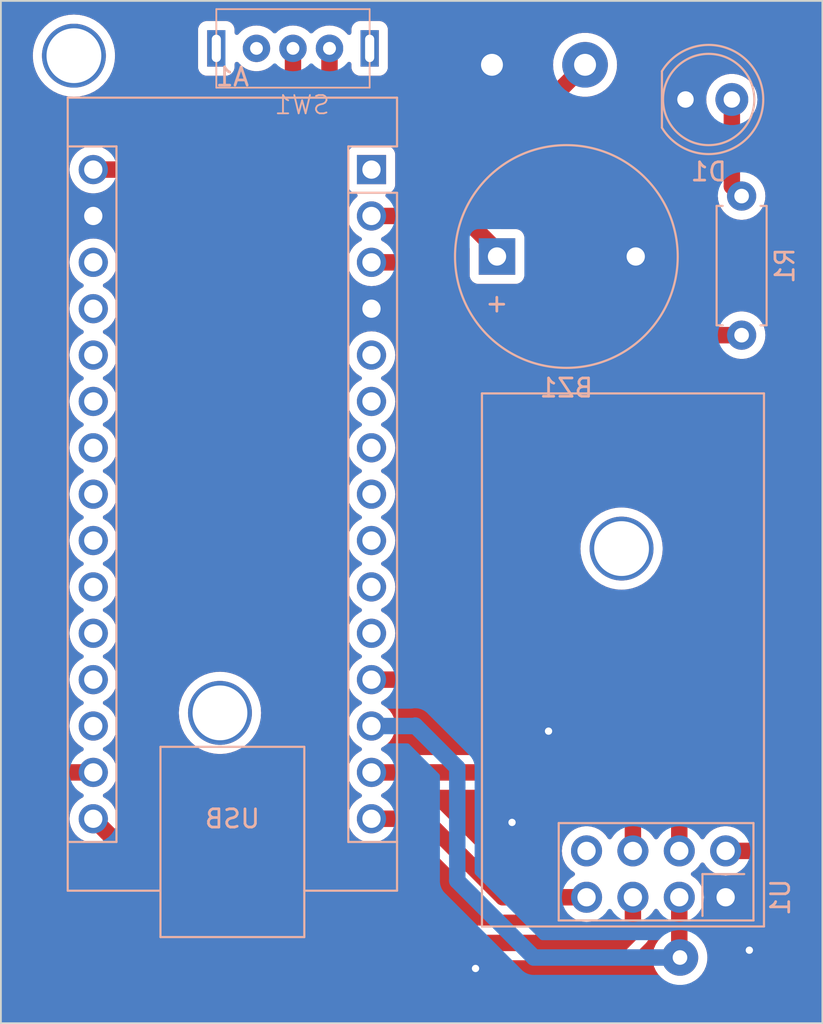
<source format=kicad_pcb>
(kicad_pcb (version 20221018) (generator pcbnew)
  (layers (0 "F.Cu" signal) (31 "B.Cu" signal) (34 "B.Paste" user) (35 "F.Paste" user) (36 "B.SilkS" user "B.Silkscreen") (37 "F.SilkS" user "F.Silkscreen") (38 "B.Mask" user) (39 "F.Mask" user) (44 "Edge.Cuts" user))
  (net 0 "")
  (net 2 "Net-(A1-D0{slash}RX)")
  (net 3 "Net-(A1-~{RESET}-Pad3)")
  (net 4 "GND")
  (net 12 "/CSN")
  (net 13 "/CE")
  (net 14 "/MOSI")
  (net 15 "/MISO")
  (net 16 "/SCK")
  (net 17 "/3V3")
  (net 29 "unconnected-(A1-VIN-Pad30)")
  (net 30 "Net-(D1-A)")
  (net 32 "+9V")
  (footprint "Resistor_THT:R_Axial_DIN0207_L6.3mm_D2.5mm_P7.62mm_Horizontal" (layer "B.Cu") (at 173.57675 79.31 90)
    (fp_text reference "R1" (at 3.81 2.37 90) (layer "B.SilkS") (effects (justify mirror)))
    (fp_text value "R")
    (fp_line (start 0.54 -1.37) (end 7.08 -1.37) (stroke (width 0.12)) (layer "B.SilkS"))
    (fp_line (start 0.54 -1.04) (end 0.54 -1.37) (stroke (width 0.12)) (layer "B.SilkS"))
    (fp_line (start 0.54 1.04) (end 0.54 1.37) (stroke (width 0.12)) (layer "B.SilkS"))
    (fp_line (start 0.54 1.37) (end 7.08 1.37) (stroke (width 0.12)) (layer "B.SilkS"))
    (fp_line (start 7.08 -1.37) (end 7.08 -1.04) (stroke (width 0.12)) (layer "B.SilkS"))
    (fp_line (start 7.08 1.37) (end 7.08 1.04) (stroke (width 0.12)) (layer "B.SilkS"))
    (pad "1" thru_hole circle (at 0 0 90) (size 1.6 1.6) (drill 0.8) (layers "*.Cu" "*.Mask") (net 3 "Net-(A1-~{RESET}-Pad3)"))
    (pad "2" thru_hole oval (at 7.62 0 90) (size 1.6 1.6) (drill 0.8) (layers "*.Cu" "*.Mask") (net 30 "Net-(D1-A)"))
  )
  (footprint "Module:Arduino_Nano" (layer "B.Cu") (at 153.3 70.24 180)
    (fp_text reference "A1" (at 7.62 5.08) (layer "B.SilkS") (effects (justify mirror)))
    (fp_text value "Arduino_Nano_v3.x")
    (fp_text user "USB" (at 7.62 -35.56 unlocked) (layer "B.SilkS") (effects (justify mirror)))
    (fp_line (start -1.4 -39.5) (end 3.68 -39.5) (stroke (width 0.12)) (layer "B.SilkS"))
    (fp_line (start -1.4 -1.27) (end -1.4 -39.5) (stroke (width 0.12)) (layer "B.SilkS"))
    (fp_line (start -1.4 3.94) (end -1.4 1.27) (stroke (width 0.12)) (layer "B.SilkS"))
    (fp_line (start 1.27 -36.83) (end -1.4 -36.83) (stroke (width 0.12)) (layer "B.SilkS"))
    (fp_line (start 1.27 -1.27) (end -1.4 -1.27) (stroke (width 0.12)) (layer "B.SilkS"))
    (fp_line (start 1.27 -1.27) (end 1.27 -36.83) (stroke (width 0.12)) (layer "B.SilkS"))
    (fp_line (start 1.27 -1.27) (end 1.27 1.27) (stroke (width 0.12)) (layer "B.SilkS"))
    (fp_line (start 1.27 1.27) (end -1.4 1.27) (stroke (width 0.12)) (layer "B.SilkS"))
    (fp_line (start 3.68 -42.04) (end 3.68 -31.62) (stroke (width 0.12)) (layer "B.SilkS"))
    (fp_line (start 3.68 -31.62) (end 11.56 -31.62) (stroke (width 0.12)) (layer "B.SilkS"))
    (fp_line (start 11.56 -42.04) (end 3.68 -42.04) (stroke (width 0.12)) (layer "B.SilkS"))
    (fp_line (start 11.56 -31.62) (end 11.56 -42.04) (stroke (width 0.12)) (layer "B.SilkS"))
    (fp_line (start 13.97 -36.83) (end 16.64 -36.83) (stroke (width 0.12)) (layer "B.SilkS"))
    (fp_line (start 13.97 1.27) (end 13.97 -36.83) (stroke (width 0.12)) (layer "B.SilkS"))
    (fp_line (start 13.97 1.27) (end 16.64 1.27) (stroke (width 0.12)) (layer "B.SilkS"))
    (fp_line (start 16.64 -39.5) (end 11.56 -39.5) (stroke (width 0.12)) (layer "B.SilkS"))
    (fp_line (start 16.64 -39.5) (end 16.64 3.94) (stroke (width 0.12)) (layer "B.SilkS"))
    (fp_line (start 16.64 3.94) (end -1.4 3.94) (stroke (width 0.12)) (layer "B.SilkS"))
    (pad "1" thru_hole rect (at 0 0 180) (size 1.6 1.6) (drill 1) (layers "*.Cu" "*.Mask"))
    (pad "2" thru_hole oval (at 0 -2.54 180) (size 1.6 1.6) (drill 1) (layers "*.Cu" "*.Mask") (net 2 "Net-(A1-D0{slash}RX)"))
    (pad "3" thru_hole oval (at 0 -5.08 180) (size 1.6 1.6) (drill 1) (layers "*.Cu" "*.Mask") (net 3 "Net-(A1-~{RESET}-Pad3)"))
    (pad "4" thru_hole oval (at 0 -7.62 180) (size 1.6 1.6) (drill 1) (layers "*.Cu" "*.Mask") (net 4 "GND"))
    (pad "5" thru_hole oval (at 0 -10.16 180) (size 1.6 1.6) (drill 1) (layers "*.Cu" "*.Mask"))
    (pad "6" thru_hole oval (at 0 -12.7 180) (size 1.6 1.6) (drill 1) (layers "*.Cu" "*.Mask"))
    (pad "7" thru_hole oval (at 0 -15.24 180) (size 1.6 1.6) (drill 1) (layers "*.Cu" "*.Mask"))
    (pad "8" thru_hole oval (at 0 -17.78 180) (size 1.6 1.6) (drill 1) (layers "*.Cu" "*.Mask"))
    (pad "9" thru_hole oval (at 0 -20.32 180) (size 1.6 1.6) (drill 1) (layers "*.Cu" "*.Mask"))
    (pad "10" thru_hole oval (at 0 -22.86 180) (size 1.6 1.6) (drill 1) (layers "*.Cu" "*.Mask"))
    (pad "11" thru_hole oval (at 0 -25.4 180) (size 1.6 1.6) (drill 1) (layers "*.Cu" "*.Mask"))
    (pad "12" thru_hole oval (at 0 -27.94 180) (size 1.6 1.6) (drill 1) (layers "*.Cu" "*.Mask") (net 12 "/CSN"))
    (pad "13" thru_hole oval (at 0 -30.48 180) (size 1.6 1.6) (drill 1) (layers "*.Cu" "*.Mask") (net 13 "/CE"))
    (pad "14" thru_hole oval (at 0 -33.02 180) (size 1.6 1.6) (drill 1) (layers "*.Cu" "*.Mask") (net 14 "/MOSI"))
    (pad "15" thru_hole oval (at 0 -35.56 180) (size 1.6 1.6) (drill 1) (layers "*.Cu" "*.Mask") (net 15 "/MISO"))
    (pad "16" thru_hole oval (at 15.24 -35.56 180) (size 1.6 1.6) (drill 1) (layers "*.Cu" "*.Mask") (net 16 "/SCK"))
    (pad "17" thru_hole oval (at 15.24 -33.02 180) (size 1.6 1.6) (drill 1) (layers "*.Cu" "*.Mask") (net 17 "/3V3"))
    (pad "18" thru_hole oval (at 15.24 -30.48 180) (size 1.6 1.6) (drill 1) (layers "*.Cu" "*.Mask"))
    (pad "19" thru_hole oval (at 15.24 -27.94 180) (size 1.6 1.6) (drill 1) (layers "*.Cu" "*.Mask"))
    (pad "20" thru_hole oval (at 15.24 -25.4 180) (size 1.6 1.6) (drill 1) (layers "*.Cu" "*.Mask"))
    (pad "21" thru_hole oval (at 15.24 -22.86 180) (size 1.6 1.6) (drill 1) (layers "*.Cu" "*.Mask"))
    (pad "22" thru_hole oval (at 15.24 -20.32 180) (size 1.6 1.6) (drill 1) (layers "*.Cu" "*.Mask"))
    (pad "23" thru_hole oval (at 15.24 -17.78 180) (size 1.6 1.6) (drill 1) (layers "*.Cu" "*.Mask"))
    (pad "24" thru_hole oval (at 15.24 -15.24 180) (size 1.6 1.6) (drill 1) (layers "*.Cu" "*.Mask"))
    (pad "25" thru_hole oval (at 15.24 -12.7 180) (size 1.6 1.6) (drill 1) (layers "*.Cu" "*.Mask"))
    (pad "26" thru_hole oval (at 15.24 -10.16 180) (size 1.6 1.6) (drill 1) (layers "*.Cu" "*.Mask"))
    (pad "27" thru_hole oval (at 15.24 -7.62 180) (size 1.6 1.6) (drill 1) (layers "*.Cu" "*.Mask"))
    (pad "28" thru_hole oval (at 15.24 -5.08 180) (size 1.6 1.6) (drill 1) (layers "*.Cu" "*.Mask"))
    (pad "29" thru_hole oval (at 15.24 -2.54 180) (size 1.6 1.6) (drill 1) (layers "*.Cu" "*.Mask") (net 4 "GND"))
    (pad "30" thru_hole oval (at 15.24 0 180) (size 1.6 1.6) (drill 1) (layers "*.Cu" "*.Mask") (net 29 "unconnected-(A1-VIN-Pad30)"))
  )
  (footprint "Buzzer_Beeper:Buzzer_12x9.5RM7.6" (layer "B.Cu") (at 160.17675 75)
    (fp_text reference "BZ1" (at 3.8 7.2) (layer "B.SilkS") (effects (justify mirror)))
    (fp_text value "Buzzer")
    (fp_text user "+" (at -0.01 2.54) (layer "B.SilkS") (effects (justify mirror)))
    (fp_circle (center 3.8 0) (end 9.9 0) (stroke (width 0.12)) (fill none) (layer "B.SilkS"))
    (pad "1" thru_hole rect (at 0 0) (size 2 2) (drill 1) (layers "*.Cu" "*.Mask") (net 2 "Net-(A1-D0{slash}RX)"))
    (pad "2" thru_hole circle (at 7.6 0) (size 2 2) (drill 1) (layers "*.Cu" "*.Mask") (net 4 "GND"))
  )
  (footprint "WM_Lib:supply_switch" (layer "B.Cu") (at 151 63.6 180)
    (fp_text reference "SW1" (at 1.5 -3.1 unlocked) (layer "B.SilkS") (effects (font (thickness 0.1)) (justify mirror)))
    (fp_text value "SW_SPDT" hide)
    (fp_line (start -2.2 0) (end -2.2 -2.15) (stroke (width 0.1)) (layer "B.SilkS"))
    (fp_line (start -2.2 0) (end -2.2 2.15) (stroke (width 0.1)) (layer "B.SilkS"))
    (fp_line (start -2.2 2.15) (end 6.2 2.15) (stroke (width 0.1)) (layer "B.SilkS"))
    (fp_line (start 6.2 -2.15) (end -2.2 -2.15) (stroke (width 0.1)) (layer "B.SilkS"))
    (fp_line (start 6.2 2.15) (end 6.2 -2.15) (stroke (width 0.1)) (layer "B.SilkS"))
    (pad "" thru_hole rect (at -2.2 0 180) (size 1 2) (drill oval 0.5 1.5) (layers "*.Cu" "*.Mask"))
    (pad "" thru_hole rect (at 6.2 0 180) (size 1 2) (drill oval 0.5 1.5) (layers "*.Cu" "*.Mask"))
    (pad "1" thru_hole circle (at 0 0 180) (size 1.5 1.5) (drill 0.7) (layers "*.Cu" "*.Mask") (net 32 "+9V"))
    (pad "2" thru_hole circle (at 2 0 180) (size 1.5 1.5) (drill 0.7) (layers "*.Cu" "*.Mask") (net 29 "unconnected-(A1-VIN-Pad30)"))
    (pad "3" thru_hole circle (at 4 0 180) (size 1.5 1.5) (drill 0.7) (layers "*.Cu" "*.Mask"))
    (pad "5" thru_hole circle (at 0 0 180) (size 1.5 1.5) (drill 0.7) (layers "*.Cu" "*.Mask") (net 32 "+9V"))
  )
  (footprint "RF_Module:nRF24L01_Breakout" (layer "B.Cu") (at 172.70175 110.1 90)
    (fp_text reference "U1" (at 0 3 90) (layer "B.SilkS") (effects (justify mirror)))
    (fp_text value "NRF24L01_Breakout")
    (fp_line (start -1.6 -13.35) (end -1.6 2.1) (stroke (width 0.12)) (layer "B.SilkS"))
    (fp_line (start -1.6 2.1) (end -1.6 2.1) (stroke (width 0.12)) (layer "B.SilkS"))
    (fp_line (start -1.6 2.1) (end 27.6 2.1) (stroke (width 0.12)) (layer "B.SilkS"))
    (fp_line (start -1.27 -9.144) (end -1.27 -9.144) (stroke (width 0.12)) (layer "B.SilkS"))
    (fp_line (start -1.27 -9.144) (end -1.27 1.524) (stroke (width 0.12)) (layer "B.SilkS"))
    (fp_line (start -1.27 1.524) (end -1.27 1.524) (stroke (width 0.12)) (layer "B.SilkS"))
    (fp_line (start -1.27 1.524) (end 4.064 1.524) (stroke (width 0.12)) (layer "B.SilkS"))
    (fp_line (start -1.016 -1.27) (end -1.016 -1.27) (stroke (width 0.12)) (layer "B.SilkS"))
    (fp_line (start 1.27 -1.27) (end -1.016 -1.27) (stroke (width 0.12)) (layer "B.SilkS"))
    (fp_line (start 1.27 1.016) (end 1.27 -1.27) (stroke (width 0.12)) (layer "B.SilkS"))
    (fp_line (start 4.064 -9.144) (end -1.27 -9.144) (stroke (width 0.12)) (layer "B.SilkS"))
    (fp_line (start 4.064 1.524) (end 4.064 -9.144) (stroke (width 0.12)) (layer "B.SilkS"))
    (fp_line (start 27.6 -13.35) (end -1.6 -13.35) (stroke (width 0.12)) (layer "B.SilkS"))
    (fp_line (start 27.6 2.1) (end 27.6 -13.35) (stroke (width 0.12)) (layer "B.SilkS"))
    (pad "1" thru_hole rect (at 0 0 90) (size 1.7 1.7) (drill 1) (layers "*.Cu" "*.Mask") (net 4 "GND"))
    (pad "2" thru_hole circle (at 2.54 0 90) (size 1.7 1.7) (drill 1) (layers "*.Cu" "*.Mask") (net 17 "/3V3"))
    (pad "3" thru_hole circle (at 0 -2.54 90) (size 1.7 1.7) (drill 1) (layers "*.Cu" "*.Mask") (net 13 "/CE"))
    (pad "4" thru_hole circle (at 2.54 -2.54 90) (size 1.7 1.7) (drill 1) (layers "*.Cu" "*.Mask") (net 12 "/CSN"))
    (pad "5" thru_hole circle (at 0 -5.08 90) (size 1.7 1.7) (drill 1) (layers "*.Cu" "*.Mask") (net 16 "/SCK"))
    (pad "6" thru_hole circle (at 2.54 -5.08 90) (size 1.7 1.7) (drill 1) (layers "*.Cu" "*.Mask") (net 14 "/MOSI"))
    (pad "7" thru_hole circle (at 0 -7.62 90) (size 1.7 1.7) (drill 1) (layers "*.Cu" "*.Mask") (net 15 "/MISO"))
    (pad "8" thru_hole circle (at 2.54 -7.62 90) (size 1.7 1.7) (drill 1) (layers "*.Cu" "*.Mask"))
  )
  (footprint "LED_THT:LED_D5.0mm" (layer "B.Cu") (at 170.50175 66.4)
    (fp_text reference "D1" (at 1.27 3.96) (layer "B.SilkS") (effects (justify mirror)))
    (fp_text value "LED")
    (fp_line (start -1.29 1.545) (end -1.29 -1.545) (stroke (width 0.12)) (layer "B.SilkS"))
    (fp_arc (start -1.29 -1.54483) (mid 2.072002 -2.880433) (end 4.26 0.000462) (stroke (width 0.12)) (layer "B.SilkS"))
    (fp_arc (start 4.26 -0.000462) (mid 2.072002 2.880433) (end -1.29 1.54483) (stroke (width 0.12)) (layer "B.SilkS"))
    (fp_circle (center 1.27 0) (end 3.77 0) (stroke (width 0.12)) (fill none) (layer "B.SilkS"))
    (pad "1" thru_hole rect (at 0 0) (size 1.8 1.8) (drill 0.9) (layers "*.Cu" "*.Mask") (net 4 "GND"))
    (pad "2" thru_hole circle (at 2.54 0) (size 1.8 1.8) (drill 0.9) (layers "*.Cu" "*.Mask") (net 30 "Net-(D1-A)"))
  )
  (gr_line (start 178 117) (end 178 61) (stroke (width 0.1)) (layer "Edge.Cuts"))
  (gr_line (start 178 61) (end 133 61) (stroke (width 0.1)) (layer "Edge.Cuts"))
  (gr_line (start 133 117) (end 178 117) (stroke (width 0.1)) (layer "Edge.Cuts"))
  (gr_line (start 133 61) (end 133 117) (stroke (width 0.1)) (layer "Edge.Cuts"))
  (via (at 137 64) (size 3.5) (drill 3) (layers "F.Cu" "B.Cu") (net 0))
  (via (at 145 100) (size 3.5) (drill 3) (layers "F.Cu" "B.Cu") (net 0))
  (via (at 167 91) (size 3.5) (drill 3) (layers "F.Cu" "B.Cu") (net 0))
  (segment (start 160.17675 74.67675) (end 158.28 72.78) (width 0.9) (layer "F.Cu") (net 2))
  (segment (start 158.28 72.78) (end 153.3 72.78) (width 0.9) (layer "F.Cu") (net 2))
  (segment (start 160.17675 75) (end 160.17675 74.67675) (width 0.9) (layer "F.Cu") (net 2))
  (segment (start 173.57675 79.31) (end 159.41 79.31) (width 0.9) (layer "F.Cu") (net 3))
  (segment (start 155.42 75.32) (end 153.3 75.32) (width 0.9) (layer "F.Cu") (net 3))
  (segment (start 159.41 79.31) (end 155.42 75.32) (width 0.9) (layer "F.Cu") (net 3))
  (via (at 163 101) (size 0.8) (drill 0.4) (layers "F.Cu" "B.Cu") (net 4))
  (via (at 161 106) (size 0.8) (drill 0.4) (layers "F.Cu" "B.Cu") (net 4))
  (via (at 159.9 64.5) (size 2.5) (drill 1.2) (layers "F.Cu" "B.Cu") (net 4))
  (via (at 159 114) (size 0.8) (drill 0.4) (layers "F.Cu" "B.Cu") (net 4))
  (via (at 174 113) (size 0.8) (drill 0.4) (layers "F.Cu" "B.Cu") (net 4))
  (segment (start 170.16175 107.56) (end 170.16175 101.56175) (width 0.9) (layer "F.Cu") (net 12))
  (segment (start 170.16175 101.56175) (end 166.78 98.18) (width 0.9) (layer "F.Cu") (net 12))
  (segment (start 166.78 98.18) (end 153.3 98.18) (width 0.9) (layer "F.Cu") (net 12))
  (segment (start 170.16175 113.36175) (end 170.2 113.4) (width 0.9) (layer "F.Cu") (net 13))
  (segment (start 170.16175 110.1) (end 170.16175 113.36175) (width 0.9) (layer "F.Cu") (net 13))
  (via (at 170.2 113.4) (size 2) (drill 0.8) (layers "F.Cu" "B.Cu") (net 13))
  (segment (start 162.2 113.4) (end 158 109.2) (width 0.9) (layer "B.Cu") (net 13))
  (segment (start 155.68 100.72) (end 153.3 100.72) (width 0.9) (layer "B.Cu") (net 13))
  (segment (start 170.2 113.4) (end 162.2 113.4) (width 0.9) (layer "B.Cu") (net 13))
  (segment (start 158 103) (end 155.7 100.7) (width 0.9) (layer "B.Cu") (net 13))
  (segment (start 155.7 100.7) (end 155.68 100.72) (width 0.9) (layer "B.Cu") (net 13))
  (segment (start 158 109.2) (end 158 103) (width 0.9) (layer "B.Cu") (net 13))
  (segment (start 167.62175 107.56) (end 167.62175 105.42175) (width 0.9) (layer "F.Cu") (net 14))
  (segment (start 165.46 103.26) (end 153.3 103.26) (width 0.9) (layer "F.Cu") (net 14))
  (segment (start 167.62175 105.42175) (end 165.46 103.26) (width 0.9) (layer "F.Cu") (net 14))
  (segment (start 156.2 105.8) (end 153.3 105.8) (width 0.9) (layer "F.Cu") (net 15))
  (segment (start 160.5 110.1) (end 156.2 105.8) (width 0.9) (layer "F.Cu") (net 15))
  (segment (start 165.08175 110.1) (end 160.5 110.1) (width 0.9) (layer "F.Cu") (net 15))
  (segment (start 167.62175 110.1) (end 167.62175 111.97825) (width 0.9) (layer "F.Cu") (net 16))
  (segment (start 167 112.6) (end 144.86 112.6) (width 0.9) (layer "F.Cu") (net 16))
  (segment (start 144.86 112.6) (end 138.06 105.8) (width 0.9) (layer "F.Cu") (net 16))
  (segment (start 167.62175 111.97825) (end 167 112.6) (width 0.9) (layer "F.Cu") (net 16))
  (segment (start 134.9 104.7) (end 136.34 103.26) (width 0.9) (layer "F.Cu") (net 17))
  (segment (start 176.9 113.3) (end 174.3 115.9) (width 0.9) (layer "F.Cu") (net 17))
  (segment (start 134.9 107.6) (end 134.9 104.7) (width 0.9) (layer "F.Cu") (net 17))
  (segment (start 174.3 115.9) (end 143.2 115.9) (width 0.9) (layer "F.Cu") (net 17))
  (segment (start 176.9 108.6) (end 176.9 113.3) (width 0.9) (layer "F.Cu") (net 17))
  (segment (start 136.34 103.26) (end 138.06 103.26) (width 0.9) (layer "F.Cu") (net 17))
  (segment (start 175.86 107.56) (end 176.9 108.6) (width 0.9) (layer "F.Cu") (net 17))
  (segment (start 172.70175 107.56) (end 175.86 107.56) (width 0.9) (layer "F.Cu") (net 17))
  (segment (start 143.2 115.9) (end 134.9 107.6) (width 0.9) (layer "F.Cu") (net 17))
  (segment (start 145.36 70.24) (end 138.06 70.24) (width 0.9) (layer "F.Cu") (net 29))
  (segment (start 149 66.6) (end 145.36 70.24) (width 0.9) (layer "F.Cu") (net 29))
  (segment (start 149 63.6) (end 149 66.6) (width 0.9) (layer "F.Cu") (net 29))
  (segment (start 173.04175 66.4) (end 173.04175 71.155) (width 0.9) (layer "F.Cu") (net 30))
  (segment (start 173.04175 71.155) (end 173.57675 71.69) (width 0.9) (layer "F.Cu") (net 30))
  (segment (start 151 65.7) (end 151 63.6) (width 0.9) (layer "F.Cu") (net 32))
  (segment (start 161.7 67.8) (end 153.1 67.8) (width 0.9) (layer "F.Cu") (net 32))
  (segment (start 153.1 67.8) (end 151 65.7) (width 0.9) (layer "F.Cu") (net 32))
  (segment (start 165 64.5) (end 161.7 67.8) (width 0.9) (layer "F.Cu") (net 32))
  (via (at 165 64.5) (size 2.5) (drill 1.2) (layers "F.Cu" "B.Cu") (net 32))
  (zone (net 4) (net_name "GND") (layer "F.Cu") (connect_pads yes (clearance 0.5)) (min_thickness 0.25) (fill yes (thermal_gap 0.5) (thermal_bridge_width 0.5))
    (polygon (pts (xy 178 117) (xy 178 61) (xy 133 61) (xy 133 117)))
  )
  (zone (net 4) (net_name "GND") (layer "B.Cu") (priority 1) (connect_pads yes (clearance 0.5)) (min_thickness 0.25) (fill yes (thermal_gap 0.5) (thermal_bridge_width 0.5))
    (polygon (pts (xy 178 117) (xy 178 61) (xy 133 61) (xy 133 117)))
  )
)
</source>
